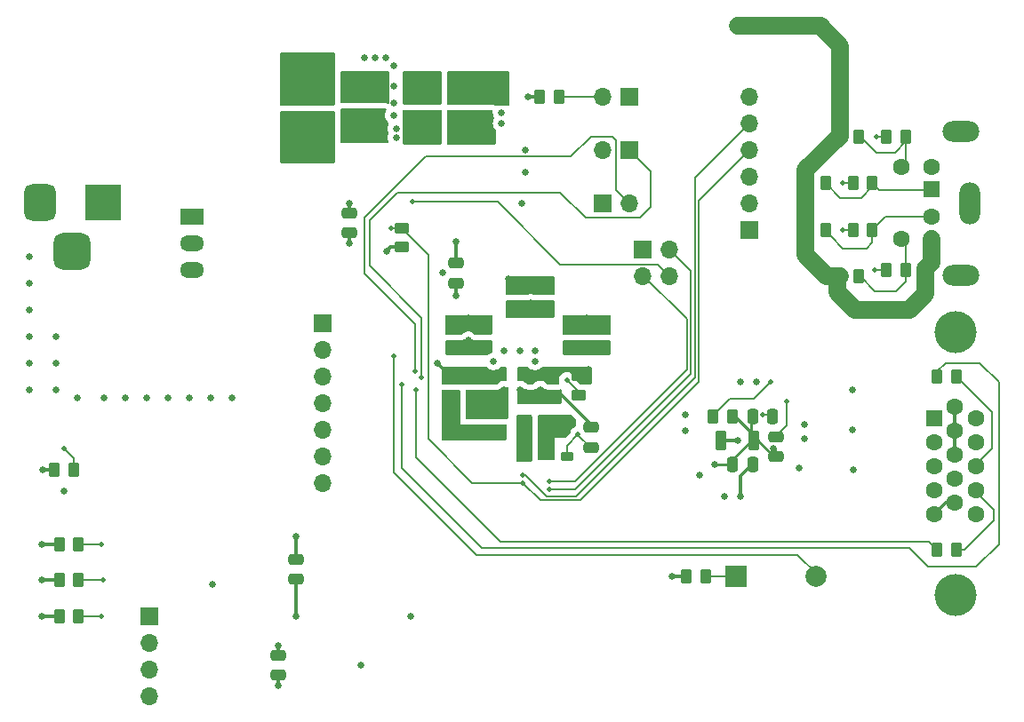
<source format=gbr>
%TF.GenerationSoftware,KiCad,Pcbnew,7.0.9-7.0.9~ubuntu20.04.1*%
%TF.CreationDate,2024-02-02T11:04:46+00:00*%
%TF.ProjectId,ICE40UPDevBoard,49434534-3055-4504-9465-76426f617264,rev?*%
%TF.SameCoordinates,Original*%
%TF.FileFunction,Copper,L4,Bot*%
%TF.FilePolarity,Positive*%
%FSLAX46Y46*%
G04 Gerber Fmt 4.6, Leading zero omitted, Abs format (unit mm)*
G04 Created by KiCad (PCBNEW 7.0.9-7.0.9~ubuntu20.04.1) date 2024-02-02 11:04:46*
%MOMM*%
%LPD*%
G01*
G04 APERTURE LIST*
G04 Aperture macros list*
%AMRoundRect*
0 Rectangle with rounded corners*
0 $1 Rounding radius*
0 $2 $3 $4 $5 $6 $7 $8 $9 X,Y pos of 4 corners*
0 Add a 4 corners polygon primitive as box body*
4,1,4,$2,$3,$4,$5,$6,$7,$8,$9,$2,$3,0*
0 Add four circle primitives for the rounded corners*
1,1,$1+$1,$2,$3*
1,1,$1+$1,$4,$5*
1,1,$1+$1,$6,$7*
1,1,$1+$1,$8,$9*
0 Add four rect primitives between the rounded corners*
20,1,$1+$1,$2,$3,$4,$5,0*
20,1,$1+$1,$4,$5,$6,$7,0*
20,1,$1+$1,$6,$7,$8,$9,0*
20,1,$1+$1,$8,$9,$2,$3,0*%
G04 Aperture macros list end*
%TA.AperFunction,ComponentPad*%
%ADD10R,1.700000X1.700000*%
%TD*%
%TA.AperFunction,ComponentPad*%
%ADD11O,1.700000X1.700000*%
%TD*%
%TA.AperFunction,ComponentPad*%
%ADD12R,2.300000X1.500000*%
%TD*%
%TA.AperFunction,ComponentPad*%
%ADD13O,2.300000X1.500000*%
%TD*%
%TA.AperFunction,ComponentPad*%
%ADD14R,1.600000X1.600000*%
%TD*%
%TA.AperFunction,ComponentPad*%
%ADD15C,1.600000*%
%TD*%
%TA.AperFunction,ComponentPad*%
%ADD16O,3.500000X2.000000*%
%TD*%
%TA.AperFunction,ComponentPad*%
%ADD17O,2.000000X4.000000*%
%TD*%
%TA.AperFunction,ComponentPad*%
%ADD18R,2.000000X2.000000*%
%TD*%
%TA.AperFunction,ComponentPad*%
%ADD19C,2.000000*%
%TD*%
%TA.AperFunction,ComponentPad*%
%ADD20R,3.500000X3.500000*%
%TD*%
%TA.AperFunction,ComponentPad*%
%ADD21RoundRect,0.750000X-0.750000X-1.000000X0.750000X-1.000000X0.750000X1.000000X-0.750000X1.000000X0*%
%TD*%
%TA.AperFunction,ComponentPad*%
%ADD22RoundRect,0.875000X-0.875000X-0.875000X0.875000X-0.875000X0.875000X0.875000X-0.875000X0.875000X0*%
%TD*%
%TA.AperFunction,ComponentPad*%
%ADD23C,4.000000*%
%TD*%
%TA.AperFunction,SMDPad,CuDef*%
%ADD24RoundRect,0.250000X-0.262500X-0.450000X0.262500X-0.450000X0.262500X0.450000X-0.262500X0.450000X0*%
%TD*%
%TA.AperFunction,SMDPad,CuDef*%
%ADD25RoundRect,0.250000X-0.475000X0.250000X-0.475000X-0.250000X0.475000X-0.250000X0.475000X0.250000X0*%
%TD*%
%TA.AperFunction,SMDPad,CuDef*%
%ADD26RoundRect,0.250000X0.475000X-0.250000X0.475000X0.250000X-0.475000X0.250000X-0.475000X-0.250000X0*%
%TD*%
%TA.AperFunction,SMDPad,CuDef*%
%ADD27RoundRect,0.250000X0.425000X-0.450000X0.425000X0.450000X-0.425000X0.450000X-0.425000X-0.450000X0*%
%TD*%
%TA.AperFunction,SMDPad,CuDef*%
%ADD28RoundRect,0.225000X0.375000X-0.225000X0.375000X0.225000X-0.375000X0.225000X-0.375000X-0.225000X0*%
%TD*%
%TA.AperFunction,SMDPad,CuDef*%
%ADD29RoundRect,0.250000X0.262500X0.450000X-0.262500X0.450000X-0.262500X-0.450000X0.262500X-0.450000X0*%
%TD*%
%TA.AperFunction,SMDPad,CuDef*%
%ADD30RoundRect,0.250000X0.450000X-0.262500X0.450000X0.262500X-0.450000X0.262500X-0.450000X-0.262500X0*%
%TD*%
%TA.AperFunction,SMDPad,CuDef*%
%ADD31RoundRect,0.250000X-0.425000X0.450000X-0.425000X-0.450000X0.425000X-0.450000X0.425000X0.450000X0*%
%TD*%
%TA.AperFunction,SMDPad,CuDef*%
%ADD32RoundRect,0.250000X0.275000X0.700000X-0.275000X0.700000X-0.275000X-0.700000X0.275000X-0.700000X0*%
%TD*%
%TA.AperFunction,SMDPad,CuDef*%
%ADD33RoundRect,0.250000X0.250000X0.475000X-0.250000X0.475000X-0.250000X-0.475000X0.250000X-0.475000X0*%
%TD*%
%TA.AperFunction,SMDPad,CuDef*%
%ADD34RoundRect,0.250000X-0.450000X0.262500X-0.450000X-0.262500X0.450000X-0.262500X0.450000X0.262500X0*%
%TD*%
%TA.AperFunction,SMDPad,CuDef*%
%ADD35RoundRect,0.250000X1.025000X-0.787500X1.025000X0.787500X-1.025000X0.787500X-1.025000X-0.787500X0*%
%TD*%
%TA.AperFunction,SMDPad,CuDef*%
%ADD36RoundRect,0.250000X-0.250000X-0.475000X0.250000X-0.475000X0.250000X0.475000X-0.250000X0.475000X0*%
%TD*%
%TA.AperFunction,ViaPad*%
%ADD37C,0.635000*%
%TD*%
%TA.AperFunction,ViaPad*%
%ADD38C,0.508000*%
%TD*%
%TA.AperFunction,ViaPad*%
%ADD39C,0.762000*%
%TD*%
%TA.AperFunction,Conductor*%
%ADD40C,0.317500*%
%TD*%
%TA.AperFunction,Conductor*%
%ADD41C,0.190500*%
%TD*%
%TA.AperFunction,Conductor*%
%ADD42C,1.651000*%
%TD*%
%TA.AperFunction,Conductor*%
%ADD43C,0.254000*%
%TD*%
G04 APERTURE END LIST*
D10*
%TO.P,J4,1,Pin_1*%
%TO.N,/~{CRESET_B}*%
X212090000Y-80010000D03*
D11*
%TO.P,J4,2,Pin_2*%
%TO.N,GND*%
X209550000Y-80010000D03*
%TD*%
D10*
%TO.P,J7,1,Pin_1*%
%TO.N,+3V3*%
X223520000Y-87630000D03*
D11*
%TO.P,J7,2,Pin_2*%
%TO.N,/FLASH_MOSI*%
X223520000Y-85090000D03*
%TO.P,J7,3,Pin_3*%
%TO.N,/FLASH_MISO*%
X223520000Y-82550000D03*
%TO.P,J7,4,Pin_4*%
%TO.N,/ICE_SCK*%
X223520000Y-80010000D03*
%TO.P,J7,5,Pin_5*%
%TO.N,/ICE_SS*%
X223520000Y-77470000D03*
%TO.P,J7,6,Pin_6*%
%TO.N,GND*%
X223520000Y-74930000D03*
%TD*%
D10*
%TO.P,J8,1,Pin_1*%
%TO.N,USER0*%
X182880000Y-96520000D03*
D11*
%TO.P,J8,2,Pin_2*%
%TO.N,USER1*%
X182880000Y-99060000D03*
%TO.P,J8,3,Pin_3*%
%TO.N,USER2*%
X182880000Y-101600000D03*
%TO.P,J8,4,Pin_4*%
%TO.N,USER3*%
X182880000Y-104140000D03*
%TO.P,J8,5,Pin_5*%
%TO.N,USER4*%
X182880000Y-106680000D03*
%TO.P,J8,6,Pin_6*%
%TO.N,USER5*%
X182880000Y-109220000D03*
%TO.P,J8,7,Pin_7*%
%TO.N,GND*%
X182880000Y-111760000D03*
%TD*%
D12*
%TO.P,U8,1,+Vin*%
%TO.N,/VCCEXTI*%
X170419500Y-86360000D03*
D13*
%TO.P,U8,2,GND*%
%TO.N,GND*%
X170419500Y-88900000D03*
%TO.P,U8,3,+Vout*%
%TO.N,+5V*%
X170419500Y-91440000D03*
%TD*%
D10*
%TO.P,J5,1,Pin_1*%
%TO.N,/ICE_SS*%
X212095000Y-74930000D03*
D11*
%TO.P,J5,2,Pin_2*%
%TO.N,Net-(J5-Pin_2)*%
X209555000Y-74930000D03*
%TD*%
D14*
%TO.P,J3,1*%
%TO.N,Net-(J3-Pad1)*%
X240825000Y-83790000D03*
D15*
%TO.P,J3,2*%
%TO.N,Net-(J3-Pad2)*%
X240825000Y-86390000D03*
%TO.P,J3,3*%
%TO.N,GND*%
X240825000Y-81690000D03*
%TO.P,J3,4*%
%TO.N,+5V*%
X240825000Y-88490000D03*
%TO.P,J3,5*%
%TO.N,Net-(J3-Pad5)*%
X238025000Y-81690000D03*
%TO.P,J3,6*%
%TO.N,Net-(J3-Pad6)*%
X238025000Y-88490000D03*
D16*
%TO.P,J3,7*%
%TO.N,N/C*%
X243675000Y-91940000D03*
D17*
X244475000Y-85090000D03*
D16*
X243675000Y-78240000D03*
%TD*%
D18*
%TO.P,SP1,1,1*%
%TO.N,Net-(R32-Pad2)*%
X222270000Y-120650000D03*
D19*
%TO.P,SP1,2,2*%
%TO.N,BUZZER*%
X229870000Y-120650000D03*
%TD*%
D20*
%TO.P,CON2,1*%
%TO.N,/VCCEXT*%
X161956000Y-85021500D03*
D21*
%TO.P,CON2,2*%
%TO.N,GND*%
X155956000Y-85021500D03*
D22*
%TO.P,CON2,3*%
X158956000Y-89721500D03*
%TD*%
D10*
%TO.P,J1,1,Pin_1*%
%TO.N,Net-(D2-K)*%
X209550000Y-85090000D03*
D11*
%TO.P,J1,2,Pin_2*%
%TO.N,/CDONE*%
X212090000Y-85090000D03*
%TD*%
D10*
%TO.P,J6,1,Pin_1*%
%TO.N,/FLASH_MOSI*%
X213360000Y-89535000D03*
D11*
%TO.P,J6,2,Pin_2*%
%TO.N,/ICE_MISO*%
X215900000Y-89535000D03*
%TO.P,J6,3,Pin_3*%
%TO.N,/ICE_MOSI*%
X213360000Y-92075000D03*
%TO.P,J6,4,Pin_4*%
%TO.N,/FLASH_MISO*%
X215900000Y-92075000D03*
%TD*%
D10*
%TO.P,J9,1,Pin_1*%
%TO.N,+3V3*%
X166370000Y-124460000D03*
D11*
%TO.P,J9,2,Pin_2*%
%TO.N,I2C_SDA*%
X166370000Y-127000000D03*
%TO.P,J9,3,Pin_3*%
%TO.N,I2C_SCL*%
X166370000Y-129540000D03*
%TO.P,J9,4,Pin_4*%
%TO.N,GND*%
X166370000Y-132080000D03*
%TD*%
D23*
%TO.P,J2,0*%
%TO.N,GND*%
X243160669Y-122434669D03*
X243160669Y-97434669D03*
D14*
%TO.P,J2,1*%
%TO.N,RED*%
X241110669Y-105619669D03*
D15*
%TO.P,J2,2*%
%TO.N,GREEN*%
X241110669Y-107909669D03*
%TO.P,J2,3*%
%TO.N,BLUE*%
X241110669Y-110199669D03*
%TO.P,J2,4*%
%TO.N,unconnected-(J2-Pad4)*%
X241110669Y-112489669D03*
%TO.P,J2,5*%
%TO.N,GND*%
X241110669Y-114779669D03*
%TO.P,J2,6*%
X243090669Y-104474669D03*
%TO.P,J2,7*%
X243090669Y-106764669D03*
%TO.P,J2,8*%
X243090669Y-109054669D03*
%TO.P,J2,9*%
%TO.N,unconnected-(J2-Pad9)*%
X243090669Y-111344669D03*
%TO.P,J2,10*%
%TO.N,GND*%
X243090669Y-113634669D03*
%TO.P,J2,11*%
%TO.N,unconnected-(J2-Pad11)*%
X245070669Y-105619669D03*
%TO.P,J2,12*%
%TO.N,unconnected-(J2-Pad12)*%
X245070669Y-107909669D03*
%TO.P,J2,13*%
%TO.N,Net-(J2-Pad13)*%
X245070669Y-110199669D03*
%TO.P,J2,14*%
%TO.N,Net-(J2-Pad14)*%
X245070669Y-112489669D03*
%TO.P,J2,15*%
%TO.N,unconnected-(J2-Pad15)*%
X245070669Y-114779669D03*
%TD*%
D24*
%TO.P,R21,1*%
%TO.N,+3V3*%
X203557500Y-74930000D03*
%TO.P,R21,2*%
%TO.N,Net-(J5-Pin_2)*%
X205382500Y-74930000D03*
%TD*%
D25*
%TO.P,C24,1*%
%TO.N,+3V3*%
X185420000Y-86045000D03*
%TO.P,C24,2*%
%TO.N,GND*%
X185420000Y-87945000D03*
%TD*%
D24*
%TO.P,R10,1*%
%TO.N,VSYNC*%
X241403500Y-118110000D03*
%TO.P,R10,2*%
%TO.N,Net-(J2-Pad14)*%
X243228500Y-118110000D03*
%TD*%
D26*
%TO.P,C16,1*%
%TO.N,+1V2*%
X201549000Y-95184000D03*
%TO.P,C16,2*%
%TO.N,GND*%
X201549000Y-93284000D03*
%TD*%
D27*
%TO.P,C19,1*%
%TO.N,+3V3*%
X193015000Y-77310000D03*
%TO.P,C19,2*%
%TO.N,GND*%
X193015000Y-74610000D03*
%TD*%
D28*
%TO.P,D1,1,K*%
%TO.N,/VPP_2V5*%
X206121000Y-109219000D03*
%TO.P,D1,2,A*%
%TO.N,+3V3*%
X206121000Y-105919000D03*
%TD*%
D24*
%TO.P,R12,1*%
%TO.N,PS2BDATA*%
X233402500Y-87630000D03*
%TO.P,R12,2*%
%TO.N,Net-(J3-Pad2)*%
X235227500Y-87630000D03*
%TD*%
D26*
%TO.P,C26,1*%
%TO.N,+3V3*%
X195707000Y-98740000D03*
%TO.P,C26,2*%
%TO.N,GND*%
X195707000Y-96840000D03*
%TD*%
D25*
%TO.P,C2,1*%
%TO.N,+1V2*%
X195834000Y-74996000D03*
%TO.P,C2,2*%
%TO.N,GND*%
X195834000Y-76896000D03*
%TD*%
D29*
%TO.P,R28,1*%
%TO.N,Net-(D4-A)*%
X159599000Y-121031000D03*
%TO.P,R28,2*%
%TO.N,+3V3*%
X157774000Y-121031000D03*
%TD*%
D30*
%TO.P,R20,1*%
%TO.N,+3V3*%
X190373000Y-89304500D03*
%TO.P,R20,2*%
%TO.N,/ICE_SCK*%
X190373000Y-87479500D03*
%TD*%
D25*
%TO.P,C18,1*%
%TO.N,+3V3*%
X185674000Y-74996000D03*
%TO.P,C18,2*%
%TO.N,GND*%
X185674000Y-76896000D03*
%TD*%
D31*
%TO.P,C1,1*%
%TO.N,+3V3*%
X187935000Y-74610000D03*
%TO.P,C1,2*%
%TO.N,GND*%
X187935000Y-77310000D03*
%TD*%
D25*
%TO.P,C21,1*%
%TO.N,Net-(U5D-VREF)*%
X226060000Y-107381000D03*
%TO.P,C21,2*%
%TO.N,+3.3VDAC*%
X226060000Y-109281000D03*
%TD*%
D26*
%TO.P,C10,1*%
%TO.N,/VCCPLL*%
X197227000Y-106929000D03*
%TO.P,C10,2*%
%TO.N,GND*%
X197227000Y-105029000D03*
%TD*%
D29*
%TO.P,R16,1*%
%TO.N,Net-(J3-Pad1)*%
X230782500Y-83185000D03*
%TO.P,R16,2*%
%TO.N,+5V*%
X228957500Y-83185000D03*
%TD*%
D25*
%TO.P,C9,1*%
%TO.N,+3V3*%
X195580000Y-90810000D03*
%TO.P,C9,2*%
%TO.N,GND*%
X195580000Y-92710000D03*
%TD*%
D32*
%TO.P,FB1,1*%
%TO.N,+3.3VDAC*%
X223952000Y-107696000D03*
%TO.P,FB1,2*%
%TO.N,+3V3*%
X220802000Y-107696000D03*
%TD*%
D29*
%TO.P,R14,1*%
%TO.N,Net-(J3-Pad2)*%
X230782500Y-87630000D03*
%TO.P,R14,2*%
%TO.N,+5V*%
X228957500Y-87630000D03*
%TD*%
D31*
%TO.P,C3,1*%
%TO.N,+1V2*%
X198095000Y-74610000D03*
%TO.P,C3,2*%
%TO.N,GND*%
X198095000Y-77310000D03*
%TD*%
D25*
%TO.P,C27,1*%
%TO.N,+3V3*%
X180340000Y-119065000D03*
%TO.P,C27,2*%
%TO.N,GND*%
X180340000Y-120965000D03*
%TD*%
D33*
%TO.P,C7,1*%
%TO.N,+3V3*%
X204150000Y-106426000D03*
%TO.P,C7,2*%
%TO.N,GND*%
X202250000Y-106426000D03*
%TD*%
D29*
%TO.P,R17,1*%
%TO.N,Net-(J3-Pad1)*%
X235227500Y-83185000D03*
%TO.P,R17,2*%
%TO.N,PS2ADATA*%
X233402500Y-83185000D03*
%TD*%
D26*
%TO.P,C23,1*%
%TO.N,+1V2*%
X203708000Y-95184000D03*
%TO.P,C23,2*%
%TO.N,GND*%
X203708000Y-93284000D03*
%TD*%
D25*
%TO.P,C28,1*%
%TO.N,+3V3*%
X178640000Y-128209000D03*
%TO.P,C28,2*%
%TO.N,GND*%
X178640000Y-130109000D03*
%TD*%
D33*
%TO.P,C20,1*%
%TO.N,Net-(U5D-COMP)*%
X225740000Y-105410000D03*
%TO.P,C20,2*%
%TO.N,+3.3VDAC*%
X223840000Y-105410000D03*
%TD*%
D26*
%TO.P,C5,1*%
%TO.N,+3V3*%
X206883000Y-98740000D03*
%TO.P,C5,2*%
%TO.N,GND*%
X206883000Y-96840000D03*
%TD*%
%TO.P,C4,1*%
%TO.N,+3V3*%
X209169000Y-98740000D03*
%TO.P,C4,2*%
%TO.N,GND*%
X209169000Y-96840000D03*
%TD*%
D34*
%TO.P,R5,1*%
%TO.N,+1V2*%
X195072000Y-101576500D03*
%TO.P,R5,2*%
%TO.N,/VCCPLL*%
X195072000Y-103401500D03*
%TD*%
D26*
%TO.P,C25,1*%
%TO.N,+3V3*%
X197866000Y-98740000D03*
%TO.P,C25,2*%
%TO.N,GND*%
X197866000Y-96840000D03*
%TD*%
%TO.P,C6,1*%
%TO.N,/VPP_2V5*%
X208407000Y-108392000D03*
%TO.P,C6,2*%
%TO.N,GND*%
X208407000Y-106492000D03*
%TD*%
D25*
%TO.P,C13,1*%
%TO.N,+1V2*%
X199390000Y-101539000D03*
%TO.P,C13,2*%
%TO.N,GND*%
X199390000Y-103439000D03*
%TD*%
D35*
%TO.P,C17,1*%
%TO.N,+5V*%
X181991000Y-79123000D03*
%TO.P,C17,2*%
%TO.N,GND*%
X181991000Y-72898000D03*
%TD*%
D33*
%TO.P,C8,1*%
%TO.N,+3V3*%
X204150000Y-108585000D03*
%TO.P,C8,2*%
%TO.N,GND*%
X202250000Y-108585000D03*
%TD*%
D26*
%TO.P,C11,1*%
%TO.N,/VCCPLL*%
X199390000Y-106929000D03*
%TO.P,C11,2*%
%TO.N,GND*%
X199390000Y-105029000D03*
%TD*%
D29*
%TO.P,R30,1*%
%TO.N,BUTTON0*%
X159154500Y-110490000D03*
%TO.P,R30,2*%
%TO.N,+3V3*%
X157329500Y-110490000D03*
%TD*%
D34*
%TO.P,R2,1*%
%TO.N,+1V2*%
X207264000Y-101576500D03*
%TO.P,R2,2*%
%TO.N,Net-(U2D-VCCPLL)*%
X207264000Y-103401500D03*
%TD*%
D36*
%TO.P,C22,1*%
%TO.N,+3.3VDAC*%
X221935000Y-109982000D03*
%TO.P,C22,2*%
%TO.N,GND*%
X223835000Y-109982000D03*
%TD*%
D29*
%TO.P,R13,1*%
%TO.N,Net-(J3-Pad6)*%
X233957500Y-92075000D03*
%TO.P,R13,2*%
%TO.N,+5V*%
X232132500Y-92075000D03*
%TD*%
D24*
%TO.P,R11,1*%
%TO.N,PS2BCLK*%
X236577500Y-91440000D03*
%TO.P,R11,2*%
%TO.N,Net-(J3-Pad6)*%
X238402500Y-91440000D03*
%TD*%
D29*
%TO.P,R27,1*%
%TO.N,Net-(D3-A)*%
X159599000Y-117602000D03*
%TO.P,R27,2*%
%TO.N,+3V3*%
X157774000Y-117602000D03*
%TD*%
D24*
%TO.P,R9,1*%
%TO.N,HSYNC*%
X241403500Y-101600000D03*
%TO.P,R9,2*%
%TO.N,Net-(J2-Pad13)*%
X243228500Y-101600000D03*
%TD*%
D25*
%TO.P,C15,1*%
%TO.N,+1V2*%
X204597000Y-101539000D03*
%TO.P,C15,2*%
%TO.N,GND*%
X204597000Y-103439000D03*
%TD*%
D29*
%TO.P,R15,1*%
%TO.N,Net-(J3-Pad5)*%
X233957500Y-78740000D03*
%TO.P,R15,2*%
%TO.N,+5V*%
X232132500Y-78740000D03*
%TD*%
%TO.P,R8,1*%
%TO.N,+3.3VDAC*%
X221892500Y-105410000D03*
%TO.P,R8,2*%
%TO.N,Net-(U5D-~{PSAVE})*%
X220067500Y-105410000D03*
%TD*%
%TO.P,R18,1*%
%TO.N,Net-(J3-Pad5)*%
X238402500Y-78740000D03*
%TO.P,R18,2*%
%TO.N,PS2ACLK*%
X236577500Y-78740000D03*
%TD*%
D24*
%TO.P,R32,1*%
%TO.N,GND*%
X217537500Y-120650000D03*
%TO.P,R32,2*%
%TO.N,Net-(R32-Pad2)*%
X219362500Y-120650000D03*
%TD*%
D29*
%TO.P,R29,1*%
%TO.N,Net-(D5-A)*%
X159599000Y-124460000D03*
%TO.P,R29,2*%
%TO.N,+3V3*%
X157774000Y-124460000D03*
%TD*%
D25*
%TO.P,C14,1*%
%TO.N,+1V2*%
X197231000Y-101539000D03*
%TO.P,C14,2*%
%TO.N,GND*%
X197231000Y-103439000D03*
%TD*%
%TO.P,C12,1*%
%TO.N,+1V2*%
X202438000Y-101539000D03*
%TO.P,C12,2*%
%TO.N,GND*%
X202438000Y-103439000D03*
%TD*%
D37*
%TO.N,GND*%
X157480000Y-97790000D03*
X170180000Y-103632000D03*
X162052000Y-103632000D03*
X224155000Y-102108000D03*
X228219000Y-110363000D03*
X228727000Y-106172000D03*
X168148000Y-103632000D03*
X196469000Y-78105000D03*
X200533000Y-92329000D03*
X201676000Y-107569000D03*
X186182000Y-77978000D03*
X218752500Y-111056500D03*
X183642000Y-73406000D03*
X200152000Y-102870000D03*
X157480000Y-100330000D03*
X203073000Y-99187000D03*
X233426000Y-110490000D03*
X233299000Y-106680000D03*
X154940000Y-95250000D03*
X185420000Y-88900000D03*
X217424000Y-106807000D03*
X157480000Y-102870000D03*
X217424000Y-105283000D03*
X228727000Y-107569000D03*
X193802000Y-73406000D03*
X158242000Y-112522000D03*
X201676000Y-102870000D03*
X196723000Y-96012000D03*
X200152000Y-99187000D03*
X154940000Y-92710000D03*
X174244000Y-103632000D03*
X221107000Y-113030000D03*
X203581000Y-102870000D03*
X202184000Y-82169000D03*
X204470000Y-92456000D03*
X191213000Y-124460000D03*
X183007000Y-72898000D03*
X222631000Y-102108000D03*
X154940000Y-97790000D03*
X216154000Y-120650000D03*
X159512000Y-103632000D03*
X195580000Y-93919000D03*
X201676000Y-99187000D03*
X166116000Y-103632000D03*
X208026000Y-96012000D03*
X222631000Y-113030000D03*
X164084000Y-103632000D03*
X203073000Y-100203000D03*
X178640000Y-131064000D03*
X185166000Y-77978000D03*
X195326000Y-78105000D03*
X233299000Y-102870000D03*
X154940000Y-100330000D03*
X199136000Y-100203000D03*
X180340000Y-124460000D03*
X172212000Y-103632000D03*
X154940000Y-90170000D03*
X193167000Y-72898000D03*
X154940000Y-102870000D03*
%TO.N,+3V3*%
X178640000Y-127254000D03*
X186537500Y-129159000D03*
X156083000Y-124460000D03*
X187833000Y-73152000D03*
X156210000Y-110490000D03*
X188722000Y-72898000D03*
X202438000Y-74930000D03*
X196723000Y-98171000D03*
X189865000Y-77978000D03*
X195580000Y-88755000D03*
X202184000Y-80010000D03*
X193167000Y-78994000D03*
X194310000Y-91760000D03*
X189611000Y-73914000D03*
X205359000Y-106807000D03*
X186817000Y-72898000D03*
X189611000Y-72009000D03*
X187833000Y-71247000D03*
X180340000Y-116840000D03*
X222377000Y-107696000D03*
X156083000Y-121031000D03*
X185420000Y-85090000D03*
X189611000Y-76708000D03*
X186817000Y-71247000D03*
X188849000Y-71247000D03*
X188976000Y-89662000D03*
X189611000Y-75565000D03*
X172339000Y-121412000D03*
X208026000Y-99060000D03*
X156146500Y-117602000D03*
X193802000Y-78486000D03*
X201803000Y-85090000D03*
X189865000Y-78867000D03*
%TO.N,+1V2*%
X193802000Y-100330000D03*
X199898000Y-75184000D03*
X199263000Y-72898000D03*
X202692000Y-94615000D03*
X208153000Y-100965000D03*
X197358000Y-72898000D03*
X198247000Y-72898000D03*
X199898000Y-77470000D03*
X199898000Y-76454000D03*
X199898000Y-73914000D03*
D38*
%TO.N,/VPP_2V5*%
X207200500Y-107124500D03*
D39*
%TO.N,+5V*%
X183642000Y-78486000D03*
X183007000Y-78994000D03*
X230251000Y-68199000D03*
X222377000Y-68199000D03*
X226314000Y-68199000D03*
D38*
%TO.N,Net-(U5D-COMP)*%
X224790000Y-105283000D03*
D37*
%TO.N,+3.3VDAC*%
X220165000Y-109982000D03*
X225806000Y-108458000D03*
D38*
%TO.N,Net-(U5D-VREF)*%
X227076000Y-104013000D03*
%TO.N,Net-(D3-A)*%
X161798000Y-117602000D03*
%TO.N,Net-(D4-A)*%
X161925000Y-121031000D03*
%TO.N,Net-(D5-A)*%
X161798000Y-124460000D03*
%TO.N,/CDONE*%
X191643000Y-101092000D03*
%TO.N,/~{CRESET_B}*%
X192278000Y-101727000D03*
%TO.N,/ICE_SS*%
X201930000Y-110998000D03*
%TO.N,/ICE_MISO*%
X204470000Y-112395000D03*
%TO.N,/ICE_MOSI*%
X204470000Y-111633000D03*
%TO.N,/FLASH_MISO*%
X191389000Y-84963000D03*
%TO.N,/ICE_SCK*%
X201930000Y-111760000D03*
X189357000Y-87503000D03*
%TO.N,Net-(U2D-VCCPLL)*%
X206121000Y-101981000D03*
%TO.N,Net-(U5D-~{PSAVE})*%
X225552000Y-102108000D03*
%TO.N,HSYNC*%
X190373000Y-102362000D03*
%TO.N,VSYNC*%
X191770000Y-102870000D03*
%TO.N,PS2BCLK*%
X235458000Y-91440000D03*
%TO.N,PS2BDATA*%
X232410000Y-87630000D03*
%TO.N,PS2ADATA*%
X232410000Y-83185000D03*
%TO.N,PS2ACLK*%
X235585000Y-78740000D03*
%TO.N,BUTTON0*%
X158242000Y-108522000D03*
%TO.N,BUZZER*%
X189611000Y-99695000D03*
%TD*%
D40*
%TO.N,GND*%
X208407000Y-106492000D02*
X208407000Y-106172000D01*
X180340000Y-120965000D02*
X180340000Y-124460000D01*
X243090669Y-113634669D02*
X242219331Y-113634669D01*
X185420000Y-87945000D02*
X185420000Y-88900000D01*
X217537500Y-120650000D02*
X216154000Y-120650000D01*
X208407000Y-106172000D02*
X205613000Y-103378000D01*
X242219331Y-113634669D02*
X241173000Y-114681000D01*
X243090669Y-106794331D02*
X243078000Y-106807000D01*
X243090669Y-104474669D02*
X243090669Y-106794331D01*
X223647000Y-110109000D02*
X223647000Y-109982000D01*
X222631000Y-113030000D02*
X222631000Y-111125000D01*
X205613000Y-103378000D02*
X204978000Y-103378000D01*
X195580000Y-93919000D02*
X195580000Y-92776000D01*
X178640000Y-130109000D02*
X178640000Y-131064000D01*
X222631000Y-111125000D02*
X223647000Y-110109000D01*
X193015000Y-74610000D02*
X193421000Y-74204000D01*
X243078000Y-106807000D02*
X243078000Y-109093000D01*
%TO.N,+3V3*%
X157840500Y-124460000D02*
X156083000Y-124460000D01*
X188976000Y-89662000D02*
X189333500Y-89304500D01*
X195580000Y-90810000D02*
X195580000Y-88755000D01*
X178640000Y-128209000D02*
X178640000Y-127254000D01*
X202438000Y-74930000D02*
X203557500Y-74930000D01*
X189333500Y-89304500D02*
X190373000Y-89304500D01*
X222377000Y-107696000D02*
X220853000Y-107696000D01*
X157329500Y-110490000D02*
X156210000Y-110490000D01*
X220853000Y-107696000D02*
X220726000Y-107569000D01*
X185420000Y-86045000D02*
X185420000Y-85090000D01*
X180340000Y-119065000D02*
X180340000Y-116840000D01*
X157774000Y-117602000D02*
X156146500Y-117602000D01*
X157710500Y-121031000D02*
X156083000Y-121031000D01*
%TO.N,+1V2*%
X207518000Y-101600000D02*
X207237500Y-101600000D01*
X193822500Y-100330000D02*
X195092500Y-101600000D01*
X193802000Y-100330000D02*
X193822500Y-100330000D01*
D41*
%TO.N,/VPP_2V5*%
X207200500Y-107124500D02*
X207200500Y-107185500D01*
X207200500Y-107124500D02*
X206121000Y-108204000D01*
X207200500Y-107185500D02*
X208407000Y-108392000D01*
X206121000Y-108204000D02*
X206121000Y-109219000D01*
D42*
%TO.N,+5V*%
X232156000Y-70104000D02*
X232156000Y-78716500D01*
X233553000Y-95250000D02*
X231902000Y-93599000D01*
X228854000Y-81915000D02*
X232029000Y-78740000D01*
X226314000Y-68199000D02*
X222377000Y-68199000D01*
X240825000Y-88490000D02*
X240825000Y-90772000D01*
X231902000Y-93599000D02*
X231902000Y-92202000D01*
X240284000Y-93726000D02*
X238760000Y-95250000D01*
X240825000Y-90772000D02*
X240284000Y-91313000D01*
X240284000Y-91313000D02*
X240284000Y-93726000D01*
X230886000Y-92075000D02*
X228854000Y-90043000D01*
X230251000Y-68199000D02*
X232156000Y-70104000D01*
X228854000Y-90043000D02*
X228854000Y-81915000D01*
X231902000Y-92202000D02*
X232029000Y-92075000D01*
X232156000Y-78716500D02*
X232132500Y-78740000D01*
X238760000Y-95250000D02*
X233553000Y-95250000D01*
X232132500Y-92075000D02*
X230886000Y-92075000D01*
X226314000Y-68199000D02*
X230124000Y-68199000D01*
D41*
%TO.N,Net-(U5D-COMP)*%
X224790000Y-105283000D02*
X225552000Y-105283000D01*
D43*
%TO.N,+3.3VDAC*%
X223647000Y-106934000D02*
X223647000Y-105918000D01*
X223865000Y-107597500D02*
X224083000Y-107379500D01*
X222123000Y-105410000D02*
X221488000Y-105410000D01*
X224092500Y-107379500D02*
X223647000Y-106934000D01*
X224155000Y-107569000D02*
X223901000Y-107569000D01*
X223865000Y-107597500D02*
X224087750Y-107374750D01*
X224087750Y-107374750D02*
X222123000Y-105410000D01*
X225806000Y-108458000D02*
X226060000Y-108712000D01*
X224083000Y-107379500D02*
X224092500Y-107379500D01*
X220165000Y-109982000D02*
X221935000Y-109982000D01*
X225806000Y-109220000D02*
X224155000Y-107569000D01*
X221607500Y-109855000D02*
X223865000Y-107597500D01*
X226060000Y-108712000D02*
X226060000Y-109281000D01*
D41*
%TO.N,Net-(U5D-VREF)*%
X226060000Y-107315000D02*
X227076000Y-106299000D01*
X226060000Y-107381000D02*
X226060000Y-107315000D01*
X227076000Y-106299000D02*
X227076000Y-104013000D01*
%TO.N,Net-(D3-A)*%
X159599000Y-117602000D02*
X161861500Y-117602000D01*
%TO.N,Net-(D4-A)*%
X159535500Y-121031000D02*
X161798000Y-121031000D01*
%TO.N,Net-(D5-A)*%
X159665500Y-124460000D02*
X161798000Y-124460000D01*
%TO.N,/CDONE*%
X191643000Y-101092000D02*
X191643000Y-96647000D01*
X210820000Y-79121000D02*
X210820000Y-83820000D01*
X186817000Y-91821000D02*
X186817000Y-86487000D01*
X210439000Y-78740000D02*
X210820000Y-79121000D01*
X210820000Y-83820000D02*
X212090000Y-85090000D01*
X208407000Y-78740000D02*
X210439000Y-78740000D01*
X191643000Y-96647000D02*
X186817000Y-91821000D01*
X192659000Y-80645000D02*
X206502000Y-80645000D01*
X186817000Y-86487000D02*
X192659000Y-80645000D01*
X206502000Y-80645000D02*
X208407000Y-78740000D01*
%TO.N,Net-(J2-Pad13)*%
X246634000Y-105005500D02*
X246634000Y-108458000D01*
X243228500Y-101600000D02*
X246634000Y-105005500D01*
X246634000Y-108458000D02*
X244983000Y-110109000D01*
%TO.N,Net-(J2-Pad14)*%
X243228500Y-118110000D02*
X243967000Y-118110000D01*
X246761000Y-114300000D02*
X245110000Y-112649000D01*
X243967000Y-118110000D02*
X246761000Y-115316000D01*
X246761000Y-115316000D02*
X246761000Y-114300000D01*
%TO.N,Net-(J3-Pad1)*%
X235227500Y-83185000D02*
X235862500Y-83820000D01*
X235862500Y-83820000D02*
X240919000Y-83820000D01*
X235227500Y-83185000D02*
X235227500Y-83542500D01*
X235227500Y-83542500D02*
X234188000Y-84582000D01*
X232156000Y-84582000D02*
X230759000Y-83185000D01*
X234188000Y-84582000D02*
X232156000Y-84582000D01*
%TO.N,Net-(J3-Pad2)*%
X235227500Y-88876500D02*
X234696000Y-89408000D01*
X232410000Y-89408000D02*
X231267000Y-88265000D01*
X234696000Y-89408000D02*
X232410000Y-89408000D01*
X235227500Y-87630000D02*
X236497500Y-86360000D01*
X235227500Y-87630000D02*
X235227500Y-88876500D01*
X236497500Y-86360000D02*
X240792000Y-86360000D01*
%TO.N,Net-(J3-Pad5)*%
X235585000Y-80264000D02*
X234061000Y-78740000D01*
X238402500Y-79224500D02*
X237363000Y-80264000D01*
X238402500Y-81383500D02*
X238125000Y-81661000D01*
X238402500Y-78740000D02*
X238402500Y-79224500D01*
X237363000Y-80264000D02*
X235585000Y-80264000D01*
X238402500Y-78740000D02*
X238402500Y-81383500D01*
%TO.N,Net-(J3-Pad6)*%
X238402500Y-92559500D02*
X237490000Y-93472000D01*
X238402500Y-91440000D02*
X238402500Y-92559500D01*
X235458000Y-93472000D02*
X234061000Y-92075000D01*
X238402500Y-88923500D02*
X237998000Y-88519000D01*
X238402500Y-91440000D02*
X238402500Y-88923500D01*
X237490000Y-93472000D02*
X235458000Y-93472000D01*
%TO.N,/~{CRESET_B}*%
X214122000Y-82042000D02*
X212090000Y-80010000D01*
X205486000Y-84074000D02*
X207899000Y-86487000D01*
X214122000Y-85471000D02*
X214122000Y-82042000D01*
X189992000Y-84074000D02*
X205486000Y-84074000D01*
X192278000Y-96012000D02*
X187325000Y-91059000D01*
X187325000Y-86741000D02*
X189992000Y-84074000D01*
X207899000Y-86487000D02*
X213106000Y-86487000D01*
X213106000Y-86487000D02*
X214122000Y-85471000D01*
X187325000Y-91059000D02*
X187325000Y-86741000D01*
X192278000Y-101727000D02*
X192278000Y-96012000D01*
%TO.N,/ICE_SS*%
X218313000Y-82677000D02*
X223520000Y-77470000D01*
X218313000Y-101727000D02*
X218313000Y-82677000D01*
X204216000Y-113030000D02*
X207010000Y-113030000D01*
X207010000Y-113030000D02*
X218313000Y-101727000D01*
X202184000Y-110998000D02*
X204216000Y-113030000D01*
X201930000Y-110998000D02*
X202184000Y-110998000D01*
%TO.N,Net-(J5-Pin_2)*%
X205382500Y-74930000D02*
X209550000Y-74930000D01*
%TO.N,/ICE_MISO*%
X217932000Y-101346000D02*
X217932000Y-91567000D01*
X206883000Y-112395000D02*
X217932000Y-101346000D01*
X217932000Y-91567000D02*
X215900000Y-89535000D01*
X204470000Y-112395000D02*
X206883000Y-112395000D01*
%TO.N,/ICE_MOSI*%
X204470000Y-111633000D02*
X206883000Y-111633000D01*
X206883000Y-111633000D02*
X217551000Y-100965000D01*
X217551000Y-100965000D02*
X217551000Y-96139000D01*
X217551000Y-96139000D02*
X213360000Y-91948000D01*
%TO.N,/FLASH_MISO*%
X205486000Y-90932000D02*
X199517000Y-84963000D01*
X214757000Y-90932000D02*
X205486000Y-90932000D01*
X199517000Y-84963000D02*
X191389000Y-84963000D01*
X215900000Y-92075000D02*
X214757000Y-90932000D01*
%TO.N,/ICE_SCK*%
X203581000Y-113411000D02*
X207391000Y-113411000D01*
X197104000Y-111760000D02*
X201930000Y-111760000D01*
X190373000Y-87479500D02*
X189380500Y-87479500D01*
X201930000Y-111760000D02*
X203581000Y-113411000D01*
X190373000Y-87479500D02*
X192913000Y-90019500D01*
X189380500Y-87479500D02*
X189357000Y-87503000D01*
X207391000Y-113411000D02*
X218694000Y-102108000D01*
X192913000Y-90019500D02*
X192913000Y-107569000D01*
X192913000Y-107569000D02*
X197104000Y-111760000D01*
X218694000Y-102108000D02*
X218694000Y-84836000D01*
X218694000Y-84836000D02*
X223520000Y-80010000D01*
%TO.N,Net-(U2D-VCCPLL)*%
X207391000Y-103251000D02*
X207391000Y-103378000D01*
X207137000Y-102997000D02*
X207137000Y-103378000D01*
X206121000Y-101981000D02*
X207391000Y-103251000D01*
%TO.N,Net-(U5D-~{PSAVE})*%
X219964000Y-105410000D02*
X221615000Y-103759000D01*
X221615000Y-103759000D02*
X223901000Y-103759000D01*
X223901000Y-103759000D02*
X225552000Y-102108000D01*
%TO.N,HSYNC*%
X247269000Y-117602000D02*
X245110000Y-119761000D01*
X242189000Y-100330000D02*
X245444000Y-100330000D01*
X241403500Y-101115500D02*
X242189000Y-100330000D01*
X197993000Y-117983000D02*
X190373000Y-110363000D01*
X241403500Y-101600000D02*
X241403500Y-101115500D01*
X247269000Y-102155000D02*
X247269000Y-117602000D01*
X245444000Y-100330000D02*
X247269000Y-102155000D01*
X190373000Y-110363000D02*
X190373000Y-102362000D01*
X245110000Y-119761000D02*
X240538000Y-119761000D01*
X238760000Y-117983000D02*
X197993000Y-117983000D01*
X240538000Y-119761000D02*
X238760000Y-117983000D01*
%TO.N,VSYNC*%
X191770000Y-102870000D02*
X191770000Y-109347000D01*
X199771000Y-117348000D02*
X240641500Y-117348000D01*
X240641500Y-117348000D02*
X241403500Y-118110000D01*
X191770000Y-109347000D02*
X199771000Y-117348000D01*
%TO.N,PS2BCLK*%
X236577500Y-91440000D02*
X235458000Y-91440000D01*
%TO.N,PS2BDATA*%
X233402500Y-87630000D02*
X232410000Y-87630000D01*
%TO.N,PS2ADATA*%
X232410000Y-83185000D02*
X233426000Y-83185000D01*
%TO.N,PS2ACLK*%
X235585000Y-78740000D02*
X236474000Y-78740000D01*
%TO.N,BUTTON0*%
X159154500Y-110490000D02*
X159154500Y-109434500D01*
X159154500Y-109434500D02*
X158242000Y-108522000D01*
%TO.N,Net-(R32-Pad2)*%
X219362500Y-120650000D02*
X222260000Y-120650000D01*
%TO.N,BUZZER*%
X197485000Y-118618000D02*
X228092000Y-118618000D01*
X189611000Y-110744000D02*
X197485000Y-118618000D01*
X228092000Y-118618000D02*
X229997000Y-120523000D01*
X189611000Y-99695000D02*
X189611000Y-110744000D01*
X229997000Y-120523000D02*
X229997000Y-120650000D01*
%TD*%
%TA.AperFunction,Conductor*%
%TO.N,+3V3*%
G36*
X210254121Y-98196502D02*
G01*
X210300614Y-98250158D01*
X210312000Y-98302500D01*
X210312000Y-99442000D01*
X210291998Y-99510121D01*
X210238342Y-99556614D01*
X210186000Y-99568000D01*
X205866000Y-99568000D01*
X205797879Y-99547998D01*
X205751386Y-99494342D01*
X205740000Y-99442000D01*
X205740000Y-98302500D01*
X205760002Y-98234379D01*
X205813658Y-98187886D01*
X205866000Y-98176500D01*
X210186000Y-98176500D01*
X210254121Y-98196502D01*
G37*
%TD.AperFunction*%
%TD*%
%TA.AperFunction,Conductor*%
%TO.N,GND*%
G36*
X194126039Y-72536685D02*
G01*
X194171794Y-72589489D01*
X194183000Y-72641000D01*
X194183000Y-75562500D01*
X194163315Y-75629539D01*
X194110511Y-75675294D01*
X194059000Y-75686500D01*
X190624000Y-75686500D01*
X190556961Y-75666815D01*
X190511206Y-75614011D01*
X190500000Y-75562500D01*
X190500000Y-72641000D01*
X190519685Y-72573961D01*
X190572489Y-72528206D01*
X190624000Y-72517000D01*
X194059000Y-72517000D01*
X194126039Y-72536685D01*
G37*
%TD.AperFunction*%
%TD*%
%TA.AperFunction,Conductor*%
%TO.N,GND*%
G36*
X188876099Y-76092685D02*
G01*
X188921854Y-76145489D01*
X188931798Y-76214647D01*
X188916448Y-76258999D01*
X188852254Y-76370187D01*
X188798601Y-76535314D01*
X188798600Y-76535317D01*
X188798600Y-76535319D01*
X188780450Y-76708000D01*
X188798600Y-76880681D01*
X188852255Y-77045815D01*
X188939071Y-77196185D01*
X189055254Y-77325219D01*
X189128965Y-77378773D01*
X189171631Y-77434103D01*
X189177610Y-77503716D01*
X189163467Y-77541091D01*
X189106254Y-77640186D01*
X189052601Y-77805314D01*
X189052600Y-77805317D01*
X189034450Y-77978000D01*
X189052600Y-78150682D01*
X189052601Y-78150685D01*
X189106255Y-78315816D01*
X189106256Y-78315818D01*
X189132053Y-78360500D01*
X189148526Y-78428401D01*
X189132053Y-78484500D01*
X189106256Y-78529181D01*
X189106255Y-78529183D01*
X189052601Y-78694314D01*
X189052600Y-78694317D01*
X189034450Y-78867000D01*
X189052600Y-79039682D01*
X189052601Y-79039685D01*
X189108263Y-79210995D01*
X189105866Y-79211773D01*
X189113646Y-79269821D01*
X189084015Y-79333096D01*
X189024878Y-79370306D01*
X188991083Y-79375000D01*
X184660500Y-79375000D01*
X184593461Y-79355315D01*
X184547706Y-79302511D01*
X184536500Y-79251000D01*
X184536500Y-76456510D01*
X184536500Y-76456500D01*
X184531356Y-76408655D01*
X184531000Y-76402023D01*
X184531000Y-76197000D01*
X184550685Y-76129961D01*
X184603489Y-76084206D01*
X184655000Y-76073000D01*
X188809060Y-76073000D01*
X188876099Y-76092685D01*
G37*
%TD.AperFunction*%
%TD*%
%TA.AperFunction,Conductor*%
%TO.N,GND*%
G36*
X210254121Y-95778002D02*
G01*
X210300614Y-95831658D01*
X210312000Y-95884000D01*
X210312000Y-97537000D01*
X210291998Y-97605121D01*
X210238342Y-97651614D01*
X210186000Y-97663000D01*
X205866000Y-97663000D01*
X205797879Y-97642998D01*
X205751386Y-97589342D01*
X205740000Y-97537000D01*
X205740000Y-95884000D01*
X205760002Y-95815879D01*
X205813658Y-95769386D01*
X205866000Y-95758000D01*
X210186000Y-95758000D01*
X210254121Y-95778002D01*
G37*
%TD.AperFunction*%
%TD*%
%TA.AperFunction,Conductor*%
%TO.N,+3V3*%
G36*
X196926830Y-97937002D02*
G01*
X196952346Y-97958690D01*
X196969391Y-97977622D01*
X196969391Y-97977621D01*
X196969397Y-97977627D01*
X196969399Y-97977629D01*
X196971088Y-97979270D01*
X196993947Y-98001486D01*
X197032504Y-98034259D01*
X197065203Y-98058495D01*
X197087447Y-98074982D01*
X197132890Y-98095735D01*
X197220393Y-98135697D01*
X197220395Y-98135697D01*
X197220396Y-98135698D01*
X197288517Y-98155700D01*
X197433186Y-98176500D01*
X197433190Y-98176500D01*
X198883000Y-98176500D01*
X198951121Y-98196502D01*
X198997614Y-98250158D01*
X199009000Y-98302500D01*
X199009000Y-99283507D01*
X198988998Y-99351628D01*
X198935342Y-99398121D01*
X198909200Y-99406753D01*
X198879350Y-99413098D01*
X198720720Y-99483725D01*
X198637848Y-99543936D01*
X198570980Y-99567794D01*
X198563787Y-99568000D01*
X194690000Y-99568000D01*
X194621879Y-99547998D01*
X194575386Y-99494342D01*
X194564000Y-99442000D01*
X194564000Y-98302500D01*
X194584002Y-98234379D01*
X194637658Y-98187886D01*
X194690000Y-98176500D01*
X196029928Y-98176500D01*
X196029930Y-98176500D01*
X196043621Y-98175586D01*
X196064074Y-98174222D01*
X196064073Y-98174222D01*
X196064074Y-98174221D01*
X196064086Y-98174221D01*
X196114241Y-98167496D01*
X196114246Y-98167495D01*
X196114247Y-98167495D01*
X196181274Y-98153913D01*
X196181275Y-98153912D01*
X196181278Y-98153912D01*
X196262408Y-98118710D01*
X196315354Y-98095737D01*
X196315356Y-98095736D01*
X196315358Y-98095735D01*
X196375802Y-98058495D01*
X196488052Y-97964911D01*
X196488054Y-97964909D01*
X196493652Y-97958692D01*
X196554097Y-97921451D01*
X196587290Y-97917000D01*
X196858709Y-97917000D01*
X196926830Y-97937002D01*
G37*
%TD.AperFunction*%
%TD*%
%TA.AperFunction,Conductor*%
%TO.N,GND*%
G36*
X200475121Y-102636002D02*
G01*
X200521614Y-102689658D01*
X200533000Y-102742000D01*
X200533000Y-105549464D01*
X200512998Y-105617585D01*
X200459342Y-105664078D01*
X200389070Y-105674181D01*
X200280000Y-105658500D01*
X200279996Y-105658500D01*
X196600500Y-105658500D01*
X196532379Y-105638498D01*
X196485886Y-105584842D01*
X196474500Y-105532500D01*
X196474500Y-103001500D01*
X196494502Y-102933379D01*
X196548158Y-102886886D01*
X196600500Y-102875500D01*
X199458928Y-102875500D01*
X199458930Y-102875500D01*
X199476990Y-102874295D01*
X199493074Y-102873222D01*
X199493073Y-102873222D01*
X199493074Y-102873221D01*
X199493086Y-102873221D01*
X199543241Y-102866496D01*
X199543246Y-102866495D01*
X199543247Y-102866495D01*
X199610274Y-102852913D01*
X199610275Y-102852912D01*
X199610278Y-102852912D01*
X199697061Y-102815257D01*
X199744354Y-102794737D01*
X199744356Y-102794736D01*
X199754137Y-102788710D01*
X199804802Y-102757495D01*
X199917052Y-102663911D01*
X199917054Y-102663909D01*
X199922652Y-102657692D01*
X199983097Y-102620451D01*
X200016290Y-102616000D01*
X200407000Y-102616000D01*
X200475121Y-102636002D01*
G37*
%TD.AperFunction*%
%TD*%
%TA.AperFunction,Conductor*%
%TO.N,GND*%
G36*
X204920121Y-92095002D02*
G01*
X204966614Y-92148658D01*
X204978000Y-92201000D01*
X204978000Y-93721500D01*
X204957998Y-93789621D01*
X204904342Y-93836114D01*
X204852000Y-93847500D01*
X203025748Y-93847500D01*
X202974499Y-93836607D01*
X202948654Y-93825100D01*
X202778816Y-93789000D01*
X202605184Y-93789000D01*
X202435345Y-93825100D01*
X202409501Y-93836607D01*
X202358252Y-93847500D01*
X200405000Y-93847500D01*
X200336879Y-93827498D01*
X200290386Y-93773842D01*
X200279000Y-93721500D01*
X200279000Y-92201000D01*
X200299002Y-92132879D01*
X200352658Y-92086386D01*
X200405000Y-92075000D01*
X204852000Y-92075000D01*
X204920121Y-92095002D01*
G37*
%TD.AperFunction*%
%TD*%
%TA.AperFunction,Conductor*%
%TO.N,+5V*%
G36*
X183966039Y-76352185D02*
G01*
X184011794Y-76404989D01*
X184023000Y-76456500D01*
X184023000Y-81156000D01*
X184003315Y-81223039D01*
X183950511Y-81268794D01*
X183899000Y-81280000D01*
X178940000Y-81280000D01*
X178872961Y-81260315D01*
X178827206Y-81207511D01*
X178816000Y-81156000D01*
X178816000Y-76456500D01*
X178835685Y-76389461D01*
X178888489Y-76343706D01*
X178940000Y-76332500D01*
X183899000Y-76332500D01*
X183966039Y-76352185D01*
G37*
%TD.AperFunction*%
%TD*%
%TA.AperFunction,Conductor*%
%TO.N,+3V3*%
G36*
X189173039Y-72536685D02*
G01*
X189218794Y-72589489D01*
X189230000Y-72641000D01*
X189230000Y-75502589D01*
X189210315Y-75569628D01*
X189157511Y-75615383D01*
X189088353Y-75625327D01*
X189054488Y-75615383D01*
X189020779Y-75599988D01*
X189020774Y-75599986D01*
X189020773Y-75599986D01*
X188998172Y-75593349D01*
X188953739Y-75580302D01*
X188953733Y-75580300D01*
X188866928Y-75567820D01*
X188809060Y-75559500D01*
X184660500Y-75559500D01*
X184593461Y-75539815D01*
X184547706Y-75487011D01*
X184536500Y-75435500D01*
X184536500Y-72641000D01*
X184556185Y-72573961D01*
X184608989Y-72528206D01*
X184660500Y-72517000D01*
X189106000Y-72517000D01*
X189173039Y-72536685D01*
G37*
%TD.AperFunction*%
%TD*%
%TA.AperFunction,Conductor*%
%TO.N,+1V2*%
G36*
X198493935Y-100731002D02*
G01*
X198519448Y-100752688D01*
X198548235Y-100784658D01*
X198580254Y-100820219D01*
X198720720Y-100922274D01*
X198720722Y-100922275D01*
X198720725Y-100922277D01*
X198879346Y-100992900D01*
X199049184Y-101029000D01*
X199222816Y-101029000D01*
X199392654Y-100992900D01*
X199551275Y-100922277D01*
X199691746Y-100820219D01*
X199752550Y-100752689D01*
X199812995Y-100715450D01*
X199846186Y-100711000D01*
X200280000Y-100711000D01*
X200348121Y-100731002D01*
X200394614Y-100784658D01*
X200406000Y-100837000D01*
X200406000Y-101923938D01*
X200385998Y-101992059D01*
X200332342Y-102038552D01*
X200262068Y-102048656D01*
X200253807Y-102047185D01*
X200238820Y-102044000D01*
X200238816Y-102044000D01*
X200065184Y-102044000D01*
X199895345Y-102080100D01*
X199736720Y-102150725D01*
X199596254Y-102252780D01*
X199573982Y-102277516D01*
X199535449Y-102320310D01*
X199475005Y-102357550D01*
X199441814Y-102362000D01*
X194309000Y-102362000D01*
X194240879Y-102341998D01*
X194194386Y-102288342D01*
X194183000Y-102236000D01*
X194183000Y-100837000D01*
X194203002Y-100768879D01*
X194256658Y-100722386D01*
X194309000Y-100711000D01*
X198425814Y-100711000D01*
X198493935Y-100731002D01*
G37*
%TD.AperFunction*%
%TD*%
%TA.AperFunction,Conductor*%
%TO.N,GND*%
G36*
X183966039Y-70758685D02*
G01*
X184011794Y-70811489D01*
X184023000Y-70863000D01*
X184023000Y-75695000D01*
X184003315Y-75762039D01*
X183950511Y-75807794D01*
X183899000Y-75819000D01*
X178940000Y-75819000D01*
X178872961Y-75799315D01*
X178827206Y-75746511D01*
X178816000Y-75695000D01*
X178816000Y-70863000D01*
X178835685Y-70795961D01*
X178888489Y-70750206D01*
X178940000Y-70739000D01*
X183899000Y-70739000D01*
X183966039Y-70758685D01*
G37*
%TD.AperFunction*%
%TD*%
%TA.AperFunction,Conductor*%
%TO.N,GND*%
G36*
X198951121Y-95778002D02*
G01*
X198997614Y-95831658D01*
X199009000Y-95884000D01*
X199009000Y-97537000D01*
X198988998Y-97605121D01*
X198935342Y-97651614D01*
X198883000Y-97663000D01*
X197433186Y-97663000D01*
X197365065Y-97642998D01*
X197339551Y-97621311D01*
X197278746Y-97553781D01*
X197255649Y-97537000D01*
X197138279Y-97451725D01*
X196979654Y-97381100D01*
X196809816Y-97345000D01*
X196636184Y-97345000D01*
X196466345Y-97381100D01*
X196307720Y-97451725D01*
X196167254Y-97553780D01*
X196135235Y-97589342D01*
X196106449Y-97621310D01*
X196046005Y-97658550D01*
X196012814Y-97663000D01*
X194690000Y-97663000D01*
X194621879Y-97642998D01*
X194575386Y-97589342D01*
X194564000Y-97537000D01*
X194564000Y-95884000D01*
X194584002Y-95815879D01*
X194637658Y-95769386D01*
X194690000Y-95758000D01*
X198883000Y-95758000D01*
X198951121Y-95778002D01*
G37*
%TD.AperFunction*%
%TD*%
%TA.AperFunction,Conductor*%
%TO.N,GND*%
G36*
X201879830Y-102636002D02*
G01*
X201905346Y-102657690D01*
X201922391Y-102676622D01*
X201922391Y-102676621D01*
X201946947Y-102700486D01*
X201985504Y-102733259D01*
X202018203Y-102757495D01*
X202040447Y-102773982D01*
X202085890Y-102794735D01*
X202173393Y-102834697D01*
X202173395Y-102834697D01*
X202173396Y-102834698D01*
X202241517Y-102854700D01*
X202386186Y-102875500D01*
X202386190Y-102875500D01*
X202887928Y-102875500D01*
X202887930Y-102875500D01*
X202906005Y-102874294D01*
X202922074Y-102873222D01*
X202922073Y-102873222D01*
X202922074Y-102873221D01*
X202922086Y-102873221D01*
X202972241Y-102866496D01*
X202972246Y-102866495D01*
X202972247Y-102866495D01*
X203039274Y-102852913D01*
X203039275Y-102852912D01*
X203039278Y-102852912D01*
X203126061Y-102815257D01*
X203173354Y-102794737D01*
X203173356Y-102794736D01*
X203173358Y-102794735D01*
X203233802Y-102757495D01*
X203346052Y-102663911D01*
X203346054Y-102663909D01*
X203351652Y-102657692D01*
X203412097Y-102620451D01*
X203445290Y-102616000D01*
X203716709Y-102616000D01*
X203784830Y-102636002D01*
X203810346Y-102657690D01*
X203827391Y-102676622D01*
X203827391Y-102676621D01*
X203851947Y-102700486D01*
X203890504Y-102733259D01*
X203923203Y-102757495D01*
X203945447Y-102773982D01*
X203990890Y-102794735D01*
X204078393Y-102834697D01*
X204078395Y-102834697D01*
X204078396Y-102834698D01*
X204146517Y-102854700D01*
X204291186Y-102875500D01*
X204291190Y-102875500D01*
X205281345Y-102875500D01*
X205281347Y-102875500D01*
X205306204Y-102874295D01*
X205306209Y-102874294D01*
X205306219Y-102874294D01*
X205323994Y-102872565D01*
X205342855Y-102870732D01*
X205392060Y-102863529D01*
X205445385Y-102844869D01*
X205516288Y-102841250D01*
X205577894Y-102876539D01*
X205610641Y-102939532D01*
X205613000Y-102963799D01*
X205613000Y-104141000D01*
X205592998Y-104209121D01*
X205539342Y-104255614D01*
X205487000Y-104267000D01*
X201548000Y-104267000D01*
X201479879Y-104246998D01*
X201433386Y-104193342D01*
X201422000Y-104141000D01*
X201422000Y-102742000D01*
X201442002Y-102673879D01*
X201495658Y-102627386D01*
X201548000Y-102616000D01*
X201811709Y-102616000D01*
X201879830Y-102636002D01*
G37*
%TD.AperFunction*%
%TD*%
%TA.AperFunction,Conductor*%
%TO.N,+1V2*%
G36*
X200603039Y-72536685D02*
G01*
X200648794Y-72589489D01*
X200660000Y-72641000D01*
X200660000Y-75695000D01*
X200640315Y-75762039D01*
X200587511Y-75807794D01*
X200536000Y-75819000D01*
X199383460Y-75819000D01*
X199316421Y-75799315D01*
X199302256Y-75788712D01*
X199301091Y-75787702D01*
X199301089Y-75787701D01*
X199168147Y-75726987D01*
X199101110Y-75707302D01*
X199101104Y-75707300D01*
X199014299Y-75694820D01*
X198956431Y-75686500D01*
X194820500Y-75686500D01*
X194753461Y-75666815D01*
X194707706Y-75614011D01*
X194696500Y-75562500D01*
X194696500Y-72641000D01*
X194716185Y-72573961D01*
X194768989Y-72528206D01*
X194820500Y-72517000D01*
X200536000Y-72517000D01*
X200603039Y-72536685D01*
G37*
%TD.AperFunction*%
%TD*%
%TA.AperFunction,Conductor*%
%TO.N,GND*%
G36*
X199023470Y-76219685D02*
G01*
X199069225Y-76272489D01*
X199079751Y-76336960D01*
X199067450Y-76454000D01*
X199085600Y-76626681D01*
X199139255Y-76791815D01*
X199194134Y-76886869D01*
X199201716Y-76900001D01*
X199218188Y-76967901D01*
X199201716Y-77023999D01*
X199139254Y-77132187D01*
X199085601Y-77297314D01*
X199085600Y-77297317D01*
X199085600Y-77297319D01*
X199067450Y-77470000D01*
X199085600Y-77642681D01*
X199139255Y-77807815D01*
X199226071Y-77958185D01*
X199342254Y-78087219D01*
X199347084Y-78091568D01*
X199345487Y-78093341D01*
X199381540Y-78140072D01*
X199390000Y-78185089D01*
X199390000Y-79378000D01*
X199370315Y-79445039D01*
X199317511Y-79490794D01*
X199266000Y-79502000D01*
X194820500Y-79502000D01*
X194753461Y-79482315D01*
X194707706Y-79429511D01*
X194696500Y-79378000D01*
X194696500Y-76324000D01*
X194716185Y-76256961D01*
X194768989Y-76211206D01*
X194820500Y-76200000D01*
X198956431Y-76200000D01*
X199023470Y-76219685D01*
G37*
%TD.AperFunction*%
%TD*%
%TA.AperFunction,Conductor*%
%TO.N,/VCCPLL*%
G36*
X195903121Y-102895502D02*
G01*
X195949614Y-102949158D01*
X195961000Y-103001500D01*
X195961000Y-106172000D01*
X200280000Y-106172000D01*
X200348121Y-106192002D01*
X200394614Y-106245658D01*
X200406000Y-106298000D01*
X200406000Y-107570000D01*
X200385998Y-107638121D01*
X200332342Y-107684614D01*
X200280000Y-107696000D01*
X194309000Y-107696000D01*
X194240879Y-107675998D01*
X194194386Y-107622342D01*
X194183000Y-107570000D01*
X194183000Y-103001500D01*
X194203002Y-102933379D01*
X194256658Y-102886886D01*
X194309000Y-102875500D01*
X195835000Y-102875500D01*
X195903121Y-102895502D01*
G37*
%TD.AperFunction*%
%TD*%
%TA.AperFunction,Conductor*%
%TO.N,+1V2*%
G36*
X202430935Y-100731002D02*
G01*
X202456448Y-100752688D01*
X202474121Y-100772315D01*
X202517254Y-100820219D01*
X202657720Y-100922274D01*
X202657722Y-100922275D01*
X202657725Y-100922277D01*
X202816346Y-100992900D01*
X202986184Y-101029000D01*
X203159816Y-101029000D01*
X203329654Y-100992900D01*
X203488275Y-100922277D01*
X203628746Y-100820219D01*
X203689550Y-100752689D01*
X203749995Y-100715450D01*
X203783186Y-100711000D01*
X208408000Y-100711000D01*
X208476121Y-100731002D01*
X208522614Y-100784658D01*
X208534000Y-100837000D01*
X208534000Y-102236000D01*
X208513998Y-102304121D01*
X208460342Y-102350614D01*
X208408000Y-102362000D01*
X207408023Y-102362000D01*
X207339902Y-102341998D01*
X207318928Y-102325096D01*
X206908517Y-101914686D01*
X206874492Y-101852373D01*
X206872404Y-101839695D01*
X206869088Y-101810261D01*
X206869087Y-101810259D01*
X206869087Y-101810254D01*
X206812336Y-101648070D01*
X206812334Y-101648067D01*
X206812334Y-101648066D01*
X206720920Y-101502582D01*
X206720919Y-101502580D01*
X206599419Y-101381080D01*
X206599417Y-101381079D01*
X206453933Y-101289665D01*
X206453930Y-101289664D01*
X206291746Y-101232913D01*
X206291744Y-101232912D01*
X206291746Y-101232912D01*
X206121000Y-101213675D01*
X205950255Y-101232912D01*
X205788069Y-101289664D01*
X205788066Y-101289665D01*
X205642582Y-101381079D01*
X205642580Y-101381080D01*
X205521080Y-101502580D01*
X205521079Y-101502582D01*
X205429665Y-101648066D01*
X205429664Y-101648069D01*
X205372912Y-101810255D01*
X205353675Y-101981000D01*
X205372912Y-102151744D01*
X205387833Y-102194385D01*
X205391452Y-102265289D01*
X205356163Y-102326895D01*
X205293170Y-102359641D01*
X205268904Y-102362000D01*
X204291186Y-102362000D01*
X204223065Y-102341998D01*
X204197551Y-102320311D01*
X204136746Y-102252781D01*
X204113649Y-102236000D01*
X203996279Y-102150725D01*
X203837654Y-102080100D01*
X203667816Y-102044000D01*
X203494184Y-102044000D01*
X203324345Y-102080100D01*
X203165720Y-102150725D01*
X203025254Y-102252780D01*
X202986795Y-102295492D01*
X202964449Y-102320310D01*
X202904005Y-102357550D01*
X202870814Y-102362000D01*
X202386186Y-102362000D01*
X202318065Y-102341998D01*
X202292551Y-102320311D01*
X202231746Y-102252781D01*
X202208649Y-102236000D01*
X202091279Y-102150725D01*
X201932654Y-102080100D01*
X201762816Y-102044000D01*
X201589184Y-102044000D01*
X201589180Y-102044000D01*
X201574193Y-102047185D01*
X201503402Y-102041781D01*
X201446771Y-101998963D01*
X201422279Y-101932324D01*
X201422000Y-101923938D01*
X201422000Y-100837000D01*
X201442002Y-100768879D01*
X201495658Y-100722386D01*
X201548000Y-100711000D01*
X202362814Y-100711000D01*
X202430935Y-100731002D01*
G37*
%TD.AperFunction*%
%TD*%
%TA.AperFunction,Conductor*%
%TO.N,+3V3*%
G36*
X194126039Y-76219685D02*
G01*
X194171794Y-76272489D01*
X194183000Y-76324000D01*
X194183000Y-79378000D01*
X194163315Y-79445039D01*
X194110511Y-79490794D01*
X194059000Y-79502000D01*
X190624000Y-79502000D01*
X190556961Y-79482315D01*
X190511206Y-79429511D01*
X190500000Y-79378000D01*
X190500000Y-76324000D01*
X190519685Y-76256961D01*
X190572489Y-76211206D01*
X190624000Y-76200000D01*
X194059000Y-76200000D01*
X194126039Y-76219685D01*
G37*
%TD.AperFunction*%
%TD*%
%TA.AperFunction,Conductor*%
%TO.N,GND*%
G36*
X202755621Y-105303002D02*
G01*
X202802114Y-105356658D01*
X202813500Y-105409000D01*
X202813500Y-109475009D01*
X202825595Y-109587503D01*
X202824147Y-109587658D01*
X202815985Y-109652352D01*
X202770427Y-109706804D01*
X202702662Y-109727981D01*
X202700483Y-109728000D01*
X201421000Y-109728000D01*
X201352879Y-109707998D01*
X201306386Y-109654342D01*
X201295000Y-109602000D01*
X201295000Y-105409000D01*
X201315002Y-105340879D01*
X201368658Y-105294386D01*
X201421000Y-105283000D01*
X202687500Y-105283000D01*
X202755621Y-105303002D01*
G37*
%TD.AperFunction*%
%TD*%
%TA.AperFunction,Conductor*%
%TO.N,+3V3*%
G36*
X206590297Y-105303002D02*
G01*
X206611271Y-105319905D01*
X206973095Y-105681729D01*
X207007121Y-105744041D01*
X207010000Y-105770824D01*
X207010000Y-106293923D01*
X206989998Y-106362044D01*
X206936342Y-106408537D01*
X206925617Y-106412852D01*
X206867565Y-106433165D01*
X206722082Y-106524579D01*
X206722080Y-106524580D01*
X206600580Y-106646080D01*
X206600579Y-106646082D01*
X206509165Y-106791566D01*
X206509164Y-106791569D01*
X206452413Y-106953751D01*
X206452412Y-106953757D01*
X206449094Y-106983202D01*
X206421589Y-107048654D01*
X206412983Y-107058185D01*
X206066071Y-107405096D01*
X206003761Y-107439120D01*
X205976978Y-107442000D01*
X204978000Y-107442000D01*
X204978000Y-109475000D01*
X204957998Y-109543121D01*
X204904342Y-109589614D01*
X204852000Y-109601000D01*
X203453000Y-109601000D01*
X203384879Y-109580998D01*
X203338386Y-109527342D01*
X203327000Y-109475000D01*
X203327000Y-105409000D01*
X203347002Y-105340879D01*
X203400658Y-105294386D01*
X203453000Y-105283000D01*
X206522176Y-105283000D01*
X206590297Y-105303002D01*
G37*
%TD.AperFunction*%
%TD*%
%TA.AperFunction,Conductor*%
%TO.N,+1V2*%
G36*
X204920121Y-94381002D02*
G01*
X204966614Y-94434658D01*
X204978000Y-94487000D01*
X204978000Y-95886000D01*
X204957998Y-95954121D01*
X204904342Y-96000614D01*
X204852000Y-96012000D01*
X200405000Y-96012000D01*
X200336879Y-95991998D01*
X200290386Y-95938342D01*
X200279000Y-95886000D01*
X200279000Y-94487000D01*
X200299002Y-94418879D01*
X200352658Y-94372386D01*
X200405000Y-94361000D01*
X204852000Y-94361000D01*
X204920121Y-94381002D01*
G37*
%TD.AperFunction*%
%TD*%
M02*

</source>
